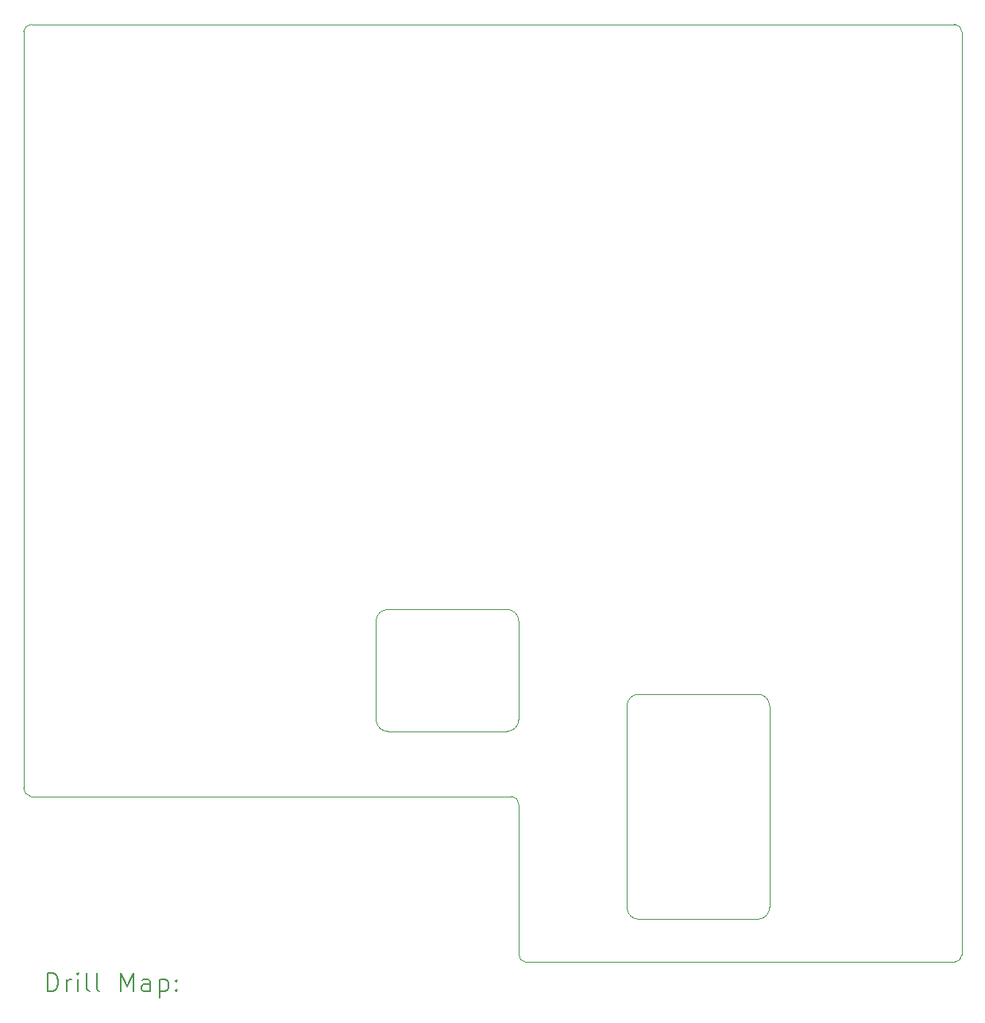
<source format=gbr>
%FSLAX45Y45*%
G04 Gerber Fmt 4.5, Leading zero omitted, Abs format (unit mm)*
G04 Created by KiCad (PCBNEW 6.0.0-d3dd2cf0fa~116~ubuntu20.04.1) date 2022-03-15 23:08:24*
%MOMM*%
%LPD*%
G01*
G04 APERTURE LIST*
%TA.AperFunction,Profile*%
%ADD10C,0.050000*%
%TD*%
%ADD11C,0.200000*%
G04 APERTURE END LIST*
D10*
X16135717Y-11190197D02*
X14868315Y-11190197D01*
X12067599Y-10414000D02*
X12067599Y-11460000D01*
X13462001Y-11587000D02*
X12194599Y-11587000D01*
X14868315Y-11190197D02*
G75*
G03*
X14741315Y-11317197I0J-127000D01*
G01*
X12067599Y-11460000D02*
G75*
G03*
X12194599Y-11587000I127000J0D01*
G01*
X18234119Y-14046200D02*
G75*
G03*
X18310319Y-13970000I0J76200D01*
G01*
X8387000Y-12279500D02*
X13512800Y-12279900D01*
X14741315Y-11317197D02*
X14741315Y-13463197D01*
X13589001Y-10414000D02*
X13589001Y-11460000D01*
X16135717Y-13590197D02*
G75*
G03*
X16262717Y-13463197I0J127000D01*
G01*
X8397000Y-4049900D02*
X18234119Y-4049900D01*
X18310319Y-4126100D02*
G75*
G03*
X18234119Y-4049900I-76200J0D01*
G01*
X13589001Y-10414000D02*
G75*
G03*
X13462001Y-10287000I-127000J0D01*
G01*
X16262717Y-11317197D02*
G75*
G03*
X16135717Y-11190197I-127000J0D01*
G01*
X16262717Y-11317197D02*
X16262717Y-13463197D01*
X16135717Y-13590197D02*
X14868315Y-13590197D01*
X13589000Y-12365519D02*
X13589000Y-13970000D01*
X13589000Y-12365519D02*
G75*
G03*
X13512800Y-12279900I-86202J-1D01*
G01*
X8397000Y-4049900D02*
G75*
G03*
X8312000Y-4124900I1J-85667D01*
G01*
X13462001Y-10287000D02*
X12194599Y-10287000D01*
X14741315Y-13463197D02*
G75*
G03*
X14868315Y-13590197I127000J0D01*
G01*
X18234119Y-14046200D02*
X13665200Y-14046200D01*
X18310319Y-4126100D02*
X18310319Y-13970000D01*
X13589000Y-13970000D02*
G75*
G03*
X13665200Y-14046200I76200J0D01*
G01*
X13462001Y-11587000D02*
G75*
G03*
X13589001Y-11460000I0J127000D01*
G01*
X8312000Y-12194500D02*
G75*
G03*
X8387000Y-12279500I85667J1D01*
G01*
X12194599Y-10287000D02*
G75*
G03*
X12067599Y-10414000I0J-127000D01*
G01*
X8312000Y-4124900D02*
X8312000Y-12194500D01*
D11*
X8567119Y-14359176D02*
X8567119Y-14159176D01*
X8614738Y-14159176D01*
X8643310Y-14168700D01*
X8662357Y-14187748D01*
X8671881Y-14206795D01*
X8681405Y-14244890D01*
X8681405Y-14273462D01*
X8671881Y-14311557D01*
X8662357Y-14330605D01*
X8643310Y-14349652D01*
X8614738Y-14359176D01*
X8567119Y-14359176D01*
X8767119Y-14359176D02*
X8767119Y-14225843D01*
X8767119Y-14263938D02*
X8776643Y-14244890D01*
X8786167Y-14235367D01*
X8805214Y-14225843D01*
X8824262Y-14225843D01*
X8890929Y-14359176D02*
X8890929Y-14225843D01*
X8890929Y-14159176D02*
X8881405Y-14168700D01*
X8890929Y-14178224D01*
X8900452Y-14168700D01*
X8890929Y-14159176D01*
X8890929Y-14178224D01*
X9014738Y-14359176D02*
X8995690Y-14349652D01*
X8986167Y-14330605D01*
X8986167Y-14159176D01*
X9119500Y-14359176D02*
X9100452Y-14349652D01*
X9090929Y-14330605D01*
X9090929Y-14159176D01*
X9348071Y-14359176D02*
X9348071Y-14159176D01*
X9414738Y-14302033D01*
X9481405Y-14159176D01*
X9481405Y-14359176D01*
X9662357Y-14359176D02*
X9662357Y-14254414D01*
X9652833Y-14235367D01*
X9633786Y-14225843D01*
X9595690Y-14225843D01*
X9576643Y-14235367D01*
X9662357Y-14349652D02*
X9643310Y-14359176D01*
X9595690Y-14359176D01*
X9576643Y-14349652D01*
X9567119Y-14330605D01*
X9567119Y-14311557D01*
X9576643Y-14292509D01*
X9595690Y-14282986D01*
X9643310Y-14282986D01*
X9662357Y-14273462D01*
X9757595Y-14225843D02*
X9757595Y-14425843D01*
X9757595Y-14235367D02*
X9776643Y-14225843D01*
X9814738Y-14225843D01*
X9833786Y-14235367D01*
X9843310Y-14244890D01*
X9852833Y-14263938D01*
X9852833Y-14321081D01*
X9843310Y-14340128D01*
X9833786Y-14349652D01*
X9814738Y-14359176D01*
X9776643Y-14359176D01*
X9757595Y-14349652D01*
X9938548Y-14340128D02*
X9948071Y-14349652D01*
X9938548Y-14359176D01*
X9929024Y-14349652D01*
X9938548Y-14340128D01*
X9938548Y-14359176D01*
X9938548Y-14235367D02*
X9948071Y-14244890D01*
X9938548Y-14254414D01*
X9929024Y-14244890D01*
X9938548Y-14235367D01*
X9938548Y-14254414D01*
M02*

</source>
